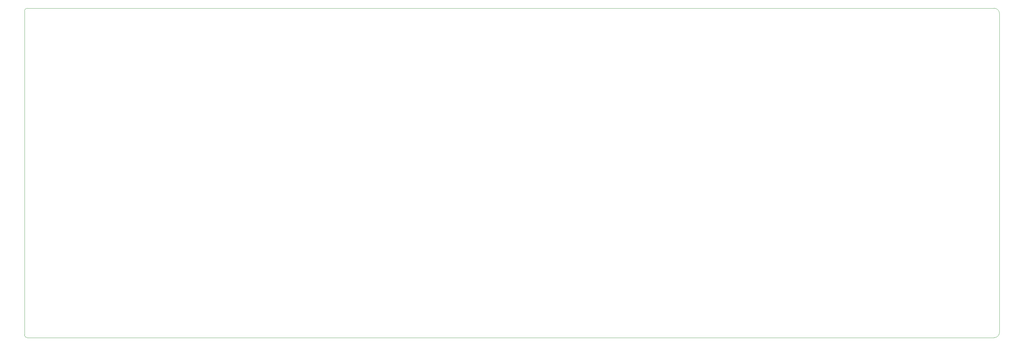
<source format=gbr>
%TF.GenerationSoftware,KiCad,Pcbnew,(5.1.9)-1*%
%TF.CreationDate,2021-02-27T14:08:49-05:00*%
%TF.ProjectId,IoT_Keyboard,496f545f-4b65-4796-926f-6172642e6b69,v1.0*%
%TF.SameCoordinates,Original*%
%TF.FileFunction,Profile,NP*%
%FSLAX46Y46*%
G04 Gerber Fmt 4.6, Leading zero omitted, Abs format (unit mm)*
G04 Created by KiCad (PCBNEW (5.1.9)-1) date 2021-02-27 14:08:49*
%MOMM*%
%LPD*%
G01*
G04 APERTURE LIST*
%TA.AperFunction,Profile*%
%ADD10C,0.050000*%
%TD*%
G04 APERTURE END LIST*
D10*
X62706250Y-136525000D02*
X349250000Y-136525000D01*
X61912500Y-134937500D02*
X61912500Y-135731250D01*
X350837500Y-134937500D02*
G75*
G02*
X349250000Y-136525000I-1587500J0D01*
G01*
X350837500Y-134937500D02*
X350837500Y-40481250D01*
X61912500Y-134143750D02*
X61912500Y-134937500D01*
X62706250Y-136525000D02*
G75*
G02*
X61912500Y-135731250I0J793750D01*
G01*
X61912500Y-133350000D02*
X61912500Y-134143750D01*
X349250000Y-38893750D02*
X62706250Y-38893750D01*
X61912500Y-133350000D02*
X61912500Y-39687500D01*
X61912500Y-39687500D02*
G75*
G02*
X62706250Y-38893750I793750J0D01*
G01*
X349250000Y-38893750D02*
G75*
G02*
X350837500Y-40481250I0J-1587500D01*
G01*
M02*

</source>
